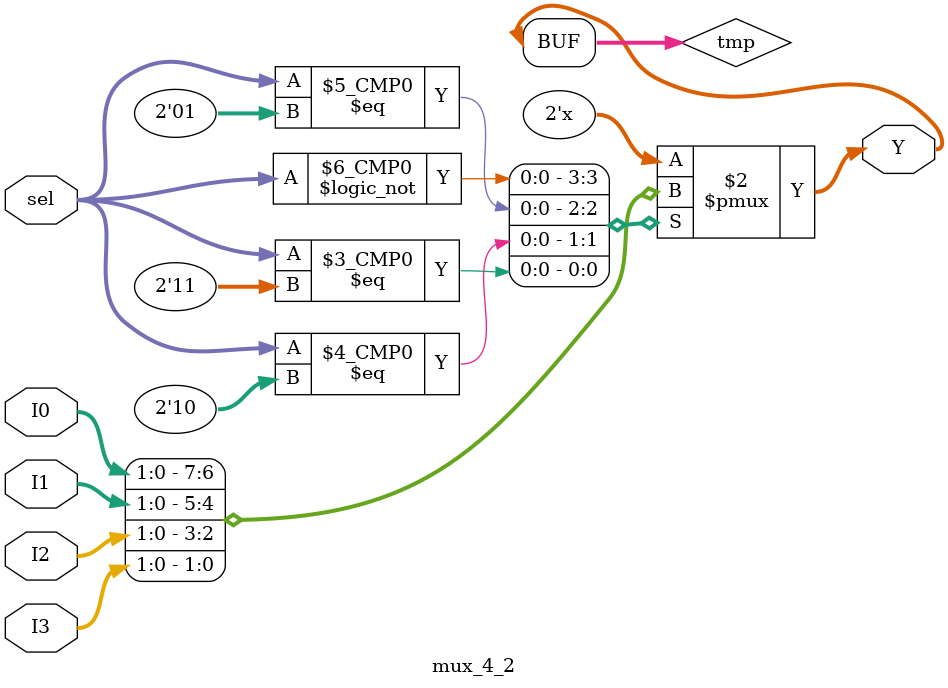
<source format=sv>
module mux_4_2(
    input [1:0] I0, I1, I2, I3,
    input [1:0] sel,
    output [1:0] Y
    );
    
reg [1:0] tmp;

always @(I0, I1, I2, I3, sel) begin
    case(sel)
    2'b00:  tmp <= I0;
    2'b01:  tmp <= I1;
    2'b10:  tmp <= I2;
    2'b11:  tmp <= I3;
    default: tmp <= 2'b00;
    endcase
end

assign Y = tmp;

endmodule

</source>
